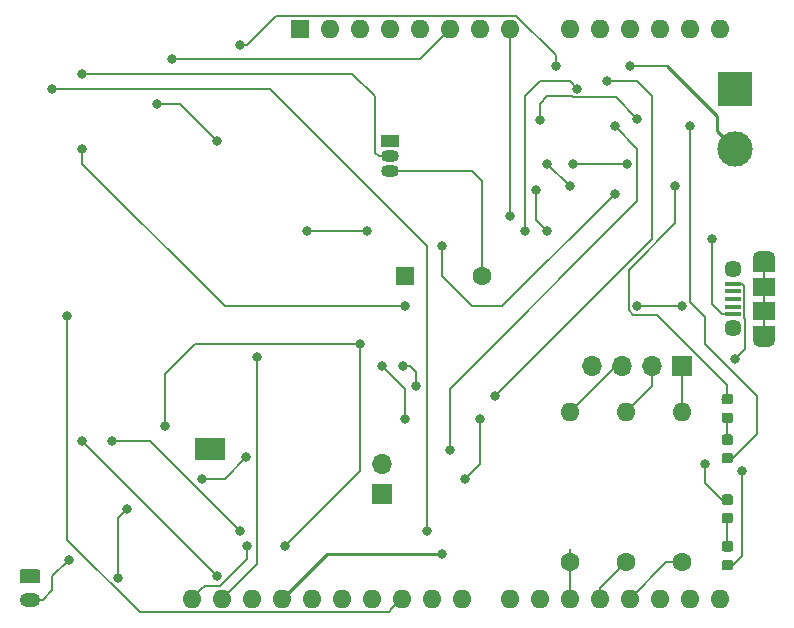
<source format=gbl>
G04 #@! TF.GenerationSoftware,KiCad,Pcbnew,(5.1.5)-3*
G04 #@! TF.CreationDate,2020-03-03T13:48:05-08:00*
G04 #@! TF.ProjectId,capstonemki,63617073-746f-46e6-956d-6b692e6b6963,rev?*
G04 #@! TF.SameCoordinates,Original*
G04 #@! TF.FileFunction,Copper,L2,Bot*
G04 #@! TF.FilePolarity,Positive*
%FSLAX46Y46*%
G04 Gerber Fmt 4.6, Leading zero omitted, Abs format (unit mm)*
G04 Created by KiCad (PCBNEW (5.1.5)-3) date 2020-03-03 13:48:05*
%MOMM*%
%LPD*%
G04 APERTURE LIST*
%ADD10C,1.600000*%
%ADD11R,1.600000X1.600000*%
%ADD12O,1.600000X1.600000*%
%ADD13O,1.700000X1.700000*%
%ADD14R,1.700000X1.700000*%
%ADD15R,1.500000X1.050000*%
%ADD16O,1.500000X1.050000*%
%ADD17C,3.000000*%
%ADD18R,3.000000X3.000000*%
%ADD19R,1.900000X1.200000*%
%ADD20O,1.900000X1.200000*%
%ADD21R,1.900000X1.500000*%
%ADD22C,1.450000*%
%ADD23R,1.350000X0.400000*%
%ADD24O,1.750000X1.200000*%
%ADD25C,0.100000*%
%ADD26R,2.600000X1.950000*%
%ADD27C,0.600000*%
%ADD28C,0.800000*%
%ADD29C,0.250000*%
%ADD30C,0.200000*%
G04 APERTURE END LIST*
D10*
X68730000Y-48895000D03*
D11*
X62230000Y-48895000D03*
D12*
X76175000Y-60415000D03*
D10*
X76175000Y-73115000D03*
D12*
X80925000Y-60415000D03*
D10*
X80925000Y-73115000D03*
D12*
X85675000Y-60415000D03*
D10*
X85675000Y-73115000D03*
D13*
X78105000Y-56515000D03*
X80645000Y-56515000D03*
X83185000Y-56515000D03*
D14*
X85725000Y-56515000D03*
D15*
X60960000Y-37465000D03*
D16*
X60960000Y-40005000D03*
X60960000Y-38735000D03*
D17*
X90170000Y-38100000D03*
D18*
X90170000Y-33020000D03*
D13*
X60325000Y-64770000D03*
D14*
X60325000Y-67310000D03*
D19*
X92677500Y-47900000D03*
X92677500Y-53700000D03*
D20*
X92677500Y-54300000D03*
X92677500Y-47300000D03*
D21*
X92677500Y-49800000D03*
D22*
X89977500Y-53300000D03*
D23*
X89977500Y-50800000D03*
X89977500Y-51450000D03*
X89977500Y-52100000D03*
X89977500Y-49500000D03*
X89977500Y-50150000D03*
D22*
X89977500Y-48300000D03*
D21*
X92677500Y-51800000D03*
D24*
X30480000Y-76295000D03*
G04 #@! TA.AperFunction,ComponentPad*
D25*
G36*
X31129505Y-73696204D02*
G01*
X31153773Y-73699804D01*
X31177572Y-73705765D01*
X31200671Y-73714030D01*
X31222850Y-73724520D01*
X31243893Y-73737132D01*
X31263599Y-73751747D01*
X31281777Y-73768223D01*
X31298253Y-73786401D01*
X31312868Y-73806107D01*
X31325480Y-73827150D01*
X31335970Y-73849329D01*
X31344235Y-73872428D01*
X31350196Y-73896227D01*
X31353796Y-73920495D01*
X31355000Y-73944999D01*
X31355000Y-74645001D01*
X31353796Y-74669505D01*
X31350196Y-74693773D01*
X31344235Y-74717572D01*
X31335970Y-74740671D01*
X31325480Y-74762850D01*
X31312868Y-74783893D01*
X31298253Y-74803599D01*
X31281777Y-74821777D01*
X31263599Y-74838253D01*
X31243893Y-74852868D01*
X31222850Y-74865480D01*
X31200671Y-74875970D01*
X31177572Y-74884235D01*
X31153773Y-74890196D01*
X31129505Y-74893796D01*
X31105001Y-74895000D01*
X29854999Y-74895000D01*
X29830495Y-74893796D01*
X29806227Y-74890196D01*
X29782428Y-74884235D01*
X29759329Y-74875970D01*
X29737150Y-74865480D01*
X29716107Y-74852868D01*
X29696401Y-74838253D01*
X29678223Y-74821777D01*
X29661747Y-74803599D01*
X29647132Y-74783893D01*
X29634520Y-74762850D01*
X29624030Y-74740671D01*
X29615765Y-74717572D01*
X29609804Y-74693773D01*
X29606204Y-74669505D01*
X29605000Y-74645001D01*
X29605000Y-73944999D01*
X29606204Y-73920495D01*
X29609804Y-73896227D01*
X29615765Y-73872428D01*
X29624030Y-73849329D01*
X29634520Y-73827150D01*
X29647132Y-73806107D01*
X29661747Y-73786401D01*
X29678223Y-73768223D01*
X29696401Y-73751747D01*
X29716107Y-73737132D01*
X29737150Y-73724520D01*
X29759329Y-73714030D01*
X29782428Y-73705765D01*
X29806227Y-73699804D01*
X29830495Y-73696204D01*
X29854999Y-73695000D01*
X31105001Y-73695000D01*
X31129505Y-73696204D01*
G37*
G04 #@! TD.AperFunction*
G04 #@! TA.AperFunction,SMDPad,CuDef*
G36*
X89812691Y-58861053D02*
G01*
X89833926Y-58864203D01*
X89854750Y-58869419D01*
X89874962Y-58876651D01*
X89894368Y-58885830D01*
X89912781Y-58896866D01*
X89930024Y-58909654D01*
X89945930Y-58924070D01*
X89960346Y-58939976D01*
X89973134Y-58957219D01*
X89984170Y-58975632D01*
X89993349Y-58995038D01*
X90000581Y-59015250D01*
X90005797Y-59036074D01*
X90008947Y-59057309D01*
X90010000Y-59078750D01*
X90010000Y-59516250D01*
X90008947Y-59537691D01*
X90005797Y-59558926D01*
X90000581Y-59579750D01*
X89993349Y-59599962D01*
X89984170Y-59619368D01*
X89973134Y-59637781D01*
X89960346Y-59655024D01*
X89945930Y-59670930D01*
X89930024Y-59685346D01*
X89912781Y-59698134D01*
X89894368Y-59709170D01*
X89874962Y-59718349D01*
X89854750Y-59725581D01*
X89833926Y-59730797D01*
X89812691Y-59733947D01*
X89791250Y-59735000D01*
X89278750Y-59735000D01*
X89257309Y-59733947D01*
X89236074Y-59730797D01*
X89215250Y-59725581D01*
X89195038Y-59718349D01*
X89175632Y-59709170D01*
X89157219Y-59698134D01*
X89139976Y-59685346D01*
X89124070Y-59670930D01*
X89109654Y-59655024D01*
X89096866Y-59637781D01*
X89085830Y-59619368D01*
X89076651Y-59599962D01*
X89069419Y-59579750D01*
X89064203Y-59558926D01*
X89061053Y-59537691D01*
X89060000Y-59516250D01*
X89060000Y-59078750D01*
X89061053Y-59057309D01*
X89064203Y-59036074D01*
X89069419Y-59015250D01*
X89076651Y-58995038D01*
X89085830Y-58975632D01*
X89096866Y-58957219D01*
X89109654Y-58939976D01*
X89124070Y-58924070D01*
X89139976Y-58909654D01*
X89157219Y-58896866D01*
X89175632Y-58885830D01*
X89195038Y-58876651D01*
X89215250Y-58869419D01*
X89236074Y-58864203D01*
X89257309Y-58861053D01*
X89278750Y-58860000D01*
X89791250Y-58860000D01*
X89812691Y-58861053D01*
G37*
G04 #@! TD.AperFunction*
G04 #@! TA.AperFunction,SMDPad,CuDef*
G36*
X89812691Y-60436053D02*
G01*
X89833926Y-60439203D01*
X89854750Y-60444419D01*
X89874962Y-60451651D01*
X89894368Y-60460830D01*
X89912781Y-60471866D01*
X89930024Y-60484654D01*
X89945930Y-60499070D01*
X89960346Y-60514976D01*
X89973134Y-60532219D01*
X89984170Y-60550632D01*
X89993349Y-60570038D01*
X90000581Y-60590250D01*
X90005797Y-60611074D01*
X90008947Y-60632309D01*
X90010000Y-60653750D01*
X90010000Y-61091250D01*
X90008947Y-61112691D01*
X90005797Y-61133926D01*
X90000581Y-61154750D01*
X89993349Y-61174962D01*
X89984170Y-61194368D01*
X89973134Y-61212781D01*
X89960346Y-61230024D01*
X89945930Y-61245930D01*
X89930024Y-61260346D01*
X89912781Y-61273134D01*
X89894368Y-61284170D01*
X89874962Y-61293349D01*
X89854750Y-61300581D01*
X89833926Y-61305797D01*
X89812691Y-61308947D01*
X89791250Y-61310000D01*
X89278750Y-61310000D01*
X89257309Y-61308947D01*
X89236074Y-61305797D01*
X89215250Y-61300581D01*
X89195038Y-61293349D01*
X89175632Y-61284170D01*
X89157219Y-61273134D01*
X89139976Y-61260346D01*
X89124070Y-61245930D01*
X89109654Y-61230024D01*
X89096866Y-61212781D01*
X89085830Y-61194368D01*
X89076651Y-61174962D01*
X89069419Y-61154750D01*
X89064203Y-61133926D01*
X89061053Y-61112691D01*
X89060000Y-61091250D01*
X89060000Y-60653750D01*
X89061053Y-60632309D01*
X89064203Y-60611074D01*
X89069419Y-60590250D01*
X89076651Y-60570038D01*
X89085830Y-60550632D01*
X89096866Y-60532219D01*
X89109654Y-60514976D01*
X89124070Y-60499070D01*
X89139976Y-60484654D01*
X89157219Y-60471866D01*
X89175632Y-60460830D01*
X89195038Y-60451651D01*
X89215250Y-60444419D01*
X89236074Y-60439203D01*
X89257309Y-60436053D01*
X89278750Y-60435000D01*
X89791250Y-60435000D01*
X89812691Y-60436053D01*
G37*
G04 #@! TD.AperFunction*
G04 #@! TA.AperFunction,SMDPad,CuDef*
G36*
X89812691Y-67356053D02*
G01*
X89833926Y-67359203D01*
X89854750Y-67364419D01*
X89874962Y-67371651D01*
X89894368Y-67380830D01*
X89912781Y-67391866D01*
X89930024Y-67404654D01*
X89945930Y-67419070D01*
X89960346Y-67434976D01*
X89973134Y-67452219D01*
X89984170Y-67470632D01*
X89993349Y-67490038D01*
X90000581Y-67510250D01*
X90005797Y-67531074D01*
X90008947Y-67552309D01*
X90010000Y-67573750D01*
X90010000Y-68011250D01*
X90008947Y-68032691D01*
X90005797Y-68053926D01*
X90000581Y-68074750D01*
X89993349Y-68094962D01*
X89984170Y-68114368D01*
X89973134Y-68132781D01*
X89960346Y-68150024D01*
X89945930Y-68165930D01*
X89930024Y-68180346D01*
X89912781Y-68193134D01*
X89894368Y-68204170D01*
X89874962Y-68213349D01*
X89854750Y-68220581D01*
X89833926Y-68225797D01*
X89812691Y-68228947D01*
X89791250Y-68230000D01*
X89278750Y-68230000D01*
X89257309Y-68228947D01*
X89236074Y-68225797D01*
X89215250Y-68220581D01*
X89195038Y-68213349D01*
X89175632Y-68204170D01*
X89157219Y-68193134D01*
X89139976Y-68180346D01*
X89124070Y-68165930D01*
X89109654Y-68150024D01*
X89096866Y-68132781D01*
X89085830Y-68114368D01*
X89076651Y-68094962D01*
X89069419Y-68074750D01*
X89064203Y-68053926D01*
X89061053Y-68032691D01*
X89060000Y-68011250D01*
X89060000Y-67573750D01*
X89061053Y-67552309D01*
X89064203Y-67531074D01*
X89069419Y-67510250D01*
X89076651Y-67490038D01*
X89085830Y-67470632D01*
X89096866Y-67452219D01*
X89109654Y-67434976D01*
X89124070Y-67419070D01*
X89139976Y-67404654D01*
X89157219Y-67391866D01*
X89175632Y-67380830D01*
X89195038Y-67371651D01*
X89215250Y-67364419D01*
X89236074Y-67359203D01*
X89257309Y-67356053D01*
X89278750Y-67355000D01*
X89791250Y-67355000D01*
X89812691Y-67356053D01*
G37*
G04 #@! TD.AperFunction*
G04 #@! TA.AperFunction,SMDPad,CuDef*
G36*
X89812691Y-68931053D02*
G01*
X89833926Y-68934203D01*
X89854750Y-68939419D01*
X89874962Y-68946651D01*
X89894368Y-68955830D01*
X89912781Y-68966866D01*
X89930024Y-68979654D01*
X89945930Y-68994070D01*
X89960346Y-69009976D01*
X89973134Y-69027219D01*
X89984170Y-69045632D01*
X89993349Y-69065038D01*
X90000581Y-69085250D01*
X90005797Y-69106074D01*
X90008947Y-69127309D01*
X90010000Y-69148750D01*
X90010000Y-69586250D01*
X90008947Y-69607691D01*
X90005797Y-69628926D01*
X90000581Y-69649750D01*
X89993349Y-69669962D01*
X89984170Y-69689368D01*
X89973134Y-69707781D01*
X89960346Y-69725024D01*
X89945930Y-69740930D01*
X89930024Y-69755346D01*
X89912781Y-69768134D01*
X89894368Y-69779170D01*
X89874962Y-69788349D01*
X89854750Y-69795581D01*
X89833926Y-69800797D01*
X89812691Y-69803947D01*
X89791250Y-69805000D01*
X89278750Y-69805000D01*
X89257309Y-69803947D01*
X89236074Y-69800797D01*
X89215250Y-69795581D01*
X89195038Y-69788349D01*
X89175632Y-69779170D01*
X89157219Y-69768134D01*
X89139976Y-69755346D01*
X89124070Y-69740930D01*
X89109654Y-69725024D01*
X89096866Y-69707781D01*
X89085830Y-69689368D01*
X89076651Y-69669962D01*
X89069419Y-69649750D01*
X89064203Y-69628926D01*
X89061053Y-69607691D01*
X89060000Y-69586250D01*
X89060000Y-69148750D01*
X89061053Y-69127309D01*
X89064203Y-69106074D01*
X89069419Y-69085250D01*
X89076651Y-69065038D01*
X89085830Y-69045632D01*
X89096866Y-69027219D01*
X89109654Y-69009976D01*
X89124070Y-68994070D01*
X89139976Y-68979654D01*
X89157219Y-68966866D01*
X89175632Y-68955830D01*
X89195038Y-68946651D01*
X89215250Y-68939419D01*
X89236074Y-68934203D01*
X89257309Y-68931053D01*
X89278750Y-68930000D01*
X89791250Y-68930000D01*
X89812691Y-68931053D01*
G37*
G04 #@! TD.AperFunction*
G04 #@! TA.AperFunction,SMDPad,CuDef*
G36*
X89812691Y-62276053D02*
G01*
X89833926Y-62279203D01*
X89854750Y-62284419D01*
X89874962Y-62291651D01*
X89894368Y-62300830D01*
X89912781Y-62311866D01*
X89930024Y-62324654D01*
X89945930Y-62339070D01*
X89960346Y-62354976D01*
X89973134Y-62372219D01*
X89984170Y-62390632D01*
X89993349Y-62410038D01*
X90000581Y-62430250D01*
X90005797Y-62451074D01*
X90008947Y-62472309D01*
X90010000Y-62493750D01*
X90010000Y-62931250D01*
X90008947Y-62952691D01*
X90005797Y-62973926D01*
X90000581Y-62994750D01*
X89993349Y-63014962D01*
X89984170Y-63034368D01*
X89973134Y-63052781D01*
X89960346Y-63070024D01*
X89945930Y-63085930D01*
X89930024Y-63100346D01*
X89912781Y-63113134D01*
X89894368Y-63124170D01*
X89874962Y-63133349D01*
X89854750Y-63140581D01*
X89833926Y-63145797D01*
X89812691Y-63148947D01*
X89791250Y-63150000D01*
X89278750Y-63150000D01*
X89257309Y-63148947D01*
X89236074Y-63145797D01*
X89215250Y-63140581D01*
X89195038Y-63133349D01*
X89175632Y-63124170D01*
X89157219Y-63113134D01*
X89139976Y-63100346D01*
X89124070Y-63085930D01*
X89109654Y-63070024D01*
X89096866Y-63052781D01*
X89085830Y-63034368D01*
X89076651Y-63014962D01*
X89069419Y-62994750D01*
X89064203Y-62973926D01*
X89061053Y-62952691D01*
X89060000Y-62931250D01*
X89060000Y-62493750D01*
X89061053Y-62472309D01*
X89064203Y-62451074D01*
X89069419Y-62430250D01*
X89076651Y-62410038D01*
X89085830Y-62390632D01*
X89096866Y-62372219D01*
X89109654Y-62354976D01*
X89124070Y-62339070D01*
X89139976Y-62324654D01*
X89157219Y-62311866D01*
X89175632Y-62300830D01*
X89195038Y-62291651D01*
X89215250Y-62284419D01*
X89236074Y-62279203D01*
X89257309Y-62276053D01*
X89278750Y-62275000D01*
X89791250Y-62275000D01*
X89812691Y-62276053D01*
G37*
G04 #@! TD.AperFunction*
G04 #@! TA.AperFunction,SMDPad,CuDef*
G36*
X89812691Y-63851053D02*
G01*
X89833926Y-63854203D01*
X89854750Y-63859419D01*
X89874962Y-63866651D01*
X89894368Y-63875830D01*
X89912781Y-63886866D01*
X89930024Y-63899654D01*
X89945930Y-63914070D01*
X89960346Y-63929976D01*
X89973134Y-63947219D01*
X89984170Y-63965632D01*
X89993349Y-63985038D01*
X90000581Y-64005250D01*
X90005797Y-64026074D01*
X90008947Y-64047309D01*
X90010000Y-64068750D01*
X90010000Y-64506250D01*
X90008947Y-64527691D01*
X90005797Y-64548926D01*
X90000581Y-64569750D01*
X89993349Y-64589962D01*
X89984170Y-64609368D01*
X89973134Y-64627781D01*
X89960346Y-64645024D01*
X89945930Y-64660930D01*
X89930024Y-64675346D01*
X89912781Y-64688134D01*
X89894368Y-64699170D01*
X89874962Y-64708349D01*
X89854750Y-64715581D01*
X89833926Y-64720797D01*
X89812691Y-64723947D01*
X89791250Y-64725000D01*
X89278750Y-64725000D01*
X89257309Y-64723947D01*
X89236074Y-64720797D01*
X89215250Y-64715581D01*
X89195038Y-64708349D01*
X89175632Y-64699170D01*
X89157219Y-64688134D01*
X89139976Y-64675346D01*
X89124070Y-64660930D01*
X89109654Y-64645024D01*
X89096866Y-64627781D01*
X89085830Y-64609368D01*
X89076651Y-64589962D01*
X89069419Y-64569750D01*
X89064203Y-64548926D01*
X89061053Y-64527691D01*
X89060000Y-64506250D01*
X89060000Y-64068750D01*
X89061053Y-64047309D01*
X89064203Y-64026074D01*
X89069419Y-64005250D01*
X89076651Y-63985038D01*
X89085830Y-63965632D01*
X89096866Y-63947219D01*
X89109654Y-63929976D01*
X89124070Y-63914070D01*
X89139976Y-63899654D01*
X89157219Y-63886866D01*
X89175632Y-63875830D01*
X89195038Y-63866651D01*
X89215250Y-63859419D01*
X89236074Y-63854203D01*
X89257309Y-63851053D01*
X89278750Y-63850000D01*
X89791250Y-63850000D01*
X89812691Y-63851053D01*
G37*
G04 #@! TD.AperFunction*
G04 #@! TA.AperFunction,SMDPad,CuDef*
G36*
X89812691Y-71318553D02*
G01*
X89833926Y-71321703D01*
X89854750Y-71326919D01*
X89874962Y-71334151D01*
X89894368Y-71343330D01*
X89912781Y-71354366D01*
X89930024Y-71367154D01*
X89945930Y-71381570D01*
X89960346Y-71397476D01*
X89973134Y-71414719D01*
X89984170Y-71433132D01*
X89993349Y-71452538D01*
X90000581Y-71472750D01*
X90005797Y-71493574D01*
X90008947Y-71514809D01*
X90010000Y-71536250D01*
X90010000Y-71973750D01*
X90008947Y-71995191D01*
X90005797Y-72016426D01*
X90000581Y-72037250D01*
X89993349Y-72057462D01*
X89984170Y-72076868D01*
X89973134Y-72095281D01*
X89960346Y-72112524D01*
X89945930Y-72128430D01*
X89930024Y-72142846D01*
X89912781Y-72155634D01*
X89894368Y-72166670D01*
X89874962Y-72175849D01*
X89854750Y-72183081D01*
X89833926Y-72188297D01*
X89812691Y-72191447D01*
X89791250Y-72192500D01*
X89278750Y-72192500D01*
X89257309Y-72191447D01*
X89236074Y-72188297D01*
X89215250Y-72183081D01*
X89195038Y-72175849D01*
X89175632Y-72166670D01*
X89157219Y-72155634D01*
X89139976Y-72142846D01*
X89124070Y-72128430D01*
X89109654Y-72112524D01*
X89096866Y-72095281D01*
X89085830Y-72076868D01*
X89076651Y-72057462D01*
X89069419Y-72037250D01*
X89064203Y-72016426D01*
X89061053Y-71995191D01*
X89060000Y-71973750D01*
X89060000Y-71536250D01*
X89061053Y-71514809D01*
X89064203Y-71493574D01*
X89069419Y-71472750D01*
X89076651Y-71452538D01*
X89085830Y-71433132D01*
X89096866Y-71414719D01*
X89109654Y-71397476D01*
X89124070Y-71381570D01*
X89139976Y-71367154D01*
X89157219Y-71354366D01*
X89175632Y-71343330D01*
X89195038Y-71334151D01*
X89215250Y-71326919D01*
X89236074Y-71321703D01*
X89257309Y-71318553D01*
X89278750Y-71317500D01*
X89791250Y-71317500D01*
X89812691Y-71318553D01*
G37*
G04 #@! TD.AperFunction*
G04 #@! TA.AperFunction,SMDPad,CuDef*
G36*
X89812691Y-72893553D02*
G01*
X89833926Y-72896703D01*
X89854750Y-72901919D01*
X89874962Y-72909151D01*
X89894368Y-72918330D01*
X89912781Y-72929366D01*
X89930024Y-72942154D01*
X89945930Y-72956570D01*
X89960346Y-72972476D01*
X89973134Y-72989719D01*
X89984170Y-73008132D01*
X89993349Y-73027538D01*
X90000581Y-73047750D01*
X90005797Y-73068574D01*
X90008947Y-73089809D01*
X90010000Y-73111250D01*
X90010000Y-73548750D01*
X90008947Y-73570191D01*
X90005797Y-73591426D01*
X90000581Y-73612250D01*
X89993349Y-73632462D01*
X89984170Y-73651868D01*
X89973134Y-73670281D01*
X89960346Y-73687524D01*
X89945930Y-73703430D01*
X89930024Y-73717846D01*
X89912781Y-73730634D01*
X89894368Y-73741670D01*
X89874962Y-73750849D01*
X89854750Y-73758081D01*
X89833926Y-73763297D01*
X89812691Y-73766447D01*
X89791250Y-73767500D01*
X89278750Y-73767500D01*
X89257309Y-73766447D01*
X89236074Y-73763297D01*
X89215250Y-73758081D01*
X89195038Y-73750849D01*
X89175632Y-73741670D01*
X89157219Y-73730634D01*
X89139976Y-73717846D01*
X89124070Y-73703430D01*
X89109654Y-73687524D01*
X89096866Y-73670281D01*
X89085830Y-73651868D01*
X89076651Y-73632462D01*
X89069419Y-73612250D01*
X89064203Y-73591426D01*
X89061053Y-73570191D01*
X89060000Y-73548750D01*
X89060000Y-73111250D01*
X89061053Y-73089809D01*
X89064203Y-73068574D01*
X89069419Y-73047750D01*
X89076651Y-73027538D01*
X89085830Y-73008132D01*
X89096866Y-72989719D01*
X89109654Y-72972476D01*
X89124070Y-72956570D01*
X89139976Y-72942154D01*
X89157219Y-72929366D01*
X89175632Y-72918330D01*
X89195038Y-72909151D01*
X89215250Y-72901919D01*
X89236074Y-72896703D01*
X89257309Y-72893553D01*
X89278750Y-72892500D01*
X89791250Y-72892500D01*
X89812691Y-72893553D01*
G37*
G04 #@! TD.AperFunction*
D12*
X86360000Y-76200000D03*
X88900000Y-76200000D03*
X49280000Y-76200000D03*
X88900000Y-27940000D03*
X51820000Y-76200000D03*
X86360000Y-27940000D03*
X54360000Y-76200000D03*
X83820000Y-27940000D03*
X56900000Y-76200000D03*
X81280000Y-27940000D03*
X59440000Y-76200000D03*
X78740000Y-27940000D03*
X61980000Y-76200000D03*
X76200000Y-27940000D03*
X64520000Y-76200000D03*
X71120000Y-27940000D03*
X67060000Y-76200000D03*
X68580000Y-27940000D03*
X71120000Y-76200000D03*
X66040000Y-27940000D03*
X73660000Y-76200000D03*
X63500000Y-27940000D03*
X76200000Y-76200000D03*
X60960000Y-27940000D03*
X78740000Y-76200000D03*
X58420000Y-27940000D03*
X81280000Y-76200000D03*
X55880000Y-27940000D03*
X83820000Y-76200000D03*
D11*
X53340000Y-27940000D03*
D12*
X46740000Y-76200000D03*
X44200000Y-76200000D03*
D26*
X45720000Y-63500000D03*
D27*
X45720000Y-64000000D03*
X45720000Y-63000000D03*
X44820000Y-63000000D03*
X46620000Y-63000000D03*
X46620000Y-64000000D03*
X44820000Y-64000000D03*
D28*
X65405000Y-72390000D03*
X62060000Y-56515000D03*
X63169800Y-58166000D03*
X68580000Y-60960000D03*
X67310000Y-66040000D03*
X81280000Y-31115000D03*
X42545000Y-30480000D03*
X41275000Y-34290000D03*
X46355000Y-37465000D03*
X88265000Y-45720000D03*
X33807500Y-72872500D03*
X72390000Y-45085000D03*
X76835000Y-33020000D03*
X79375000Y-32385000D03*
X69850000Y-59055000D03*
X71120000Y-43815000D03*
X73316334Y-41566334D03*
X74295000Y-45085000D03*
X81915000Y-51435000D03*
X85725000Y-51435000D03*
X87630000Y-64770000D03*
X34925000Y-62865000D03*
X46355000Y-74295000D03*
X37465000Y-62865000D03*
X48260000Y-70485000D03*
X33655000Y-52225000D03*
X32385000Y-33012500D03*
X64135000Y-70485000D03*
X62230000Y-60960000D03*
X60325000Y-56515000D03*
X49682500Y-55727500D03*
X58420000Y-54610000D03*
X41910000Y-61595000D03*
X52070000Y-71755000D03*
X48895000Y-71755000D03*
X37947500Y-74447500D03*
X38735000Y-68580000D03*
X48810000Y-64220000D03*
X45085000Y-66040000D03*
X48260000Y-29301140D03*
X74995001Y-31100799D03*
X34925000Y-38100000D03*
X62230000Y-51435000D03*
X73660000Y-35625001D03*
X81915000Y-35560000D03*
X86360000Y-36195000D03*
X53975000Y-45085000D03*
X59055000Y-45085000D03*
X65405000Y-46355000D03*
X80010000Y-41910000D03*
X90170000Y-55880000D03*
X76200000Y-41275000D03*
X74295000Y-39370000D03*
X90805000Y-65405000D03*
X85090000Y-41275000D03*
X81026000Y-39370000D03*
X76504800Y-39370000D03*
X66040000Y-63592500D03*
X80010000Y-36195000D03*
X34925000Y-31750000D03*
D29*
X55630000Y-72390000D02*
X51820000Y-76200000D01*
X65405000Y-72390000D02*
X55630000Y-72390000D01*
D30*
X62060000Y-56515000D02*
X62625685Y-56515000D01*
X62625685Y-56515000D02*
X62687200Y-56515000D01*
X62687200Y-56515000D02*
X63169800Y-56997600D01*
X63169800Y-56997600D02*
X63169800Y-58166000D01*
X63169800Y-58166000D02*
X63169800Y-58166000D01*
X68580000Y-60960000D02*
X68580000Y-64770000D01*
X68580000Y-64770000D02*
X67310000Y-66040000D01*
X67310000Y-66040000D02*
X67310000Y-66040000D01*
X84455000Y-31115000D02*
X81280000Y-31115000D01*
X81280000Y-31115000D02*
X81280000Y-31115000D01*
X63500000Y-30480000D02*
X66040000Y-27940000D01*
X42545000Y-30480000D02*
X63500000Y-30480000D01*
X41275000Y-34290000D02*
X43180000Y-34290000D01*
X43180000Y-34290000D02*
X46355000Y-37465000D01*
X46355000Y-37465000D02*
X46355000Y-37465000D01*
D29*
X88670001Y-35330001D02*
X84455000Y-31115000D01*
X88670001Y-36600001D02*
X88670001Y-35330001D01*
X90170000Y-38100000D02*
X88670001Y-36600001D01*
D30*
X89102500Y-52100000D02*
X89977500Y-52100000D01*
X88265000Y-51262500D02*
X89102500Y-52100000D01*
X88265000Y-45720000D02*
X88265000Y-51262500D01*
X31555000Y-76295000D02*
X32385000Y-75465000D01*
X30480000Y-76295000D02*
X31555000Y-76295000D01*
X32385000Y-74295000D02*
X33807500Y-72872500D01*
X32385000Y-75465000D02*
X32385000Y-74295000D01*
X72390000Y-45085000D02*
X72390000Y-36195000D01*
X72390000Y-36195000D02*
X72390000Y-34290000D01*
X72390000Y-34290000D02*
X72390000Y-33655000D01*
X72390000Y-33655000D02*
X73660000Y-32385000D01*
X73660000Y-32385000D02*
X74295000Y-32385000D01*
X74295000Y-32385000D02*
X74295000Y-32385000D01*
X74295000Y-32385000D02*
X76200000Y-32385000D01*
X76200000Y-32385000D02*
X76835000Y-33020000D01*
X76835000Y-33020000D02*
X76835000Y-33020000D01*
X79375000Y-32385000D02*
X81915000Y-32385000D01*
X81915000Y-32385000D02*
X83185000Y-33655000D01*
X83185000Y-33655000D02*
X83185000Y-45720000D01*
X83185000Y-45720000D02*
X69850000Y-59055000D01*
X69850000Y-59055000D02*
X69850000Y-59055000D01*
X71120000Y-27940000D02*
X71120000Y-43815000D01*
X71120000Y-43815000D02*
X71120000Y-43815000D01*
X73316334Y-41566334D02*
X73316334Y-44106334D01*
X73316334Y-44106334D02*
X74295000Y-45085000D01*
X74295000Y-45085000D02*
X74295000Y-45085000D01*
X81915000Y-51435000D02*
X85725000Y-51435000D01*
X85725000Y-51435000D02*
X85725000Y-51435000D01*
X89060000Y-67792500D02*
X89535000Y-67792500D01*
X87630000Y-66362500D02*
X89060000Y-67792500D01*
X87630000Y-64770000D02*
X87630000Y-66362500D01*
X34925000Y-62865000D02*
X43815000Y-71755000D01*
X43815000Y-71755000D02*
X46355000Y-74295000D01*
X46355000Y-74295000D02*
X46355000Y-74295000D01*
X37465000Y-62865000D02*
X40005000Y-62865000D01*
X40005000Y-62865000D02*
X40640000Y-62865000D01*
X40640000Y-62865000D02*
X48260000Y-70485000D01*
X48260000Y-70485000D02*
X48260000Y-70485000D01*
X61180001Y-76999999D02*
X61980000Y-76200000D01*
X60879999Y-77300001D02*
X61180001Y-76999999D01*
X39763999Y-77300001D02*
X60879999Y-77300001D01*
X33655000Y-71191002D02*
X39763999Y-77300001D01*
X33655000Y-52225000D02*
X33655000Y-71191002D01*
X32385000Y-33012500D02*
X50792500Y-33012500D01*
X50792500Y-33012500D02*
X64135000Y-46355000D01*
X64135000Y-46355000D02*
X64135000Y-70485000D01*
X64135000Y-70485000D02*
X64135000Y-70485000D01*
X76175000Y-73115000D02*
X76175000Y-71983630D01*
X76175000Y-76175000D02*
X76200000Y-76200000D01*
X76175000Y-73115000D02*
X76175000Y-76175000D01*
X78740000Y-75300000D02*
X78740000Y-76200000D01*
X80925000Y-73115000D02*
X78740000Y-75300000D01*
X84365000Y-73115000D02*
X81280000Y-76200000D01*
X85675000Y-73115000D02*
X84365000Y-73115000D01*
X62230000Y-60960000D02*
X62230000Y-58420000D01*
X62230000Y-58420000D02*
X60325000Y-56515000D01*
X60325000Y-56515000D02*
X60325000Y-56515000D01*
X49682500Y-73257500D02*
X46740000Y-76200000D01*
X49682500Y-55727500D02*
X49682500Y-73257500D01*
X58420000Y-54610000D02*
X44450000Y-54610000D01*
X44450000Y-54610000D02*
X41910000Y-57150000D01*
X41910000Y-57150000D02*
X41910000Y-61595000D01*
X41910000Y-61595000D02*
X41910000Y-61595000D01*
X58420000Y-54610000D02*
X58420000Y-65405000D01*
X58420000Y-65405000D02*
X52070000Y-71755000D01*
X52070000Y-71755000D02*
X52070000Y-71755000D01*
X44999999Y-75400001D02*
X44200000Y-76200000D01*
X45300001Y-75099999D02*
X44999999Y-75400001D01*
X46586003Y-75099999D02*
X45300001Y-75099999D01*
X48895000Y-72791002D02*
X46586003Y-75099999D01*
X48895000Y-71755000D02*
X48895000Y-72791002D01*
X37947500Y-74447500D02*
X37947500Y-69367500D01*
X37947500Y-69367500D02*
X38735000Y-68580000D01*
X38735000Y-68580000D02*
X38735000Y-68580000D01*
X48810000Y-64220000D02*
X46990000Y-66040000D01*
X46990000Y-66040000D02*
X45085000Y-66040000D01*
X45085000Y-66040000D02*
X45085000Y-66040000D01*
X51286826Y-26839999D02*
X71648001Y-26839999D01*
X71648001Y-26839999D02*
X74995001Y-30186999D01*
X48260000Y-29301140D02*
X48825685Y-29301140D01*
X48825685Y-29301140D02*
X51286826Y-26839999D01*
X74995001Y-30186999D02*
X74995001Y-31100799D01*
X74995001Y-31100799D02*
X74995001Y-31100799D01*
X34925000Y-38100000D02*
X34925000Y-39370000D01*
X34925000Y-39370000D02*
X46990000Y-51435000D01*
X46990000Y-51435000D02*
X62230000Y-51435000D01*
X62230000Y-51435000D02*
X62230000Y-51435000D01*
X89535000Y-71755000D02*
X89535000Y-69367500D01*
X89535000Y-62712500D02*
X89535000Y-60872500D01*
X73660000Y-35625001D02*
X73660000Y-34290000D01*
X73660000Y-34290000D02*
X74295000Y-33655000D01*
X74295000Y-33655000D02*
X76433998Y-33655000D01*
X76498999Y-33720001D02*
X80075001Y-33720001D01*
X76433998Y-33655000D02*
X76498999Y-33720001D01*
X80075001Y-33720001D02*
X81915000Y-35560000D01*
X81915000Y-35560000D02*
X81915000Y-35560000D01*
X92075000Y-61595000D02*
X92075000Y-61595000D01*
X90010000Y-64287500D02*
X89535000Y-64287500D01*
X86360000Y-36195000D02*
X86360000Y-51033998D01*
X87630000Y-54610000D02*
X92075000Y-59055000D01*
X92075000Y-62222500D02*
X90010000Y-64287500D01*
X87630000Y-52303998D02*
X87630000Y-54610000D01*
X86360000Y-51033998D02*
X87630000Y-52303998D01*
X92075000Y-59055000D02*
X92075000Y-62222500D01*
X53975000Y-45085000D02*
X59055000Y-45085000D01*
X59055000Y-45085000D02*
X59055000Y-45085000D01*
X65405000Y-46355000D02*
X65405000Y-47198002D01*
X65405000Y-47198002D02*
X65405000Y-48895000D01*
X67945000Y-51435000D02*
X70485000Y-51435000D01*
X65405000Y-48895000D02*
X67945000Y-51435000D01*
X70485000Y-51435000D02*
X80010000Y-41910000D01*
X80010000Y-41910000D02*
X80010000Y-41910000D01*
X91002501Y-55047499D02*
X91002501Y-52507499D01*
X90952501Y-49677501D02*
X90775000Y-49500000D01*
X90170000Y-55880000D02*
X91002501Y-55047499D01*
X91002501Y-52507499D02*
X90952501Y-52457499D01*
X90775000Y-49500000D02*
X89977500Y-49500000D01*
X90952501Y-52457499D02*
X90952501Y-49677501D01*
X76200000Y-41275000D02*
X74295000Y-39370000D01*
X74295000Y-39370000D02*
X74295000Y-39370000D01*
X90010000Y-73330000D02*
X90805000Y-72535000D01*
X89535000Y-73330000D02*
X90010000Y-73330000D01*
X90805000Y-72535000D02*
X90805000Y-65405000D01*
X90805000Y-65405000D02*
X90805000Y-65405000D01*
X92677500Y-53700000D02*
X92677500Y-47300000D01*
X89535000Y-59297500D02*
X89060000Y-59297500D01*
X85090000Y-44380698D02*
X85090000Y-41275000D01*
X85090000Y-41275000D02*
X85090000Y-41275000D01*
X81026000Y-39370000D02*
X78562200Y-39370000D01*
X78562200Y-39370000D02*
X76504800Y-39370000D01*
X76504800Y-39370000D02*
X76504800Y-39370000D01*
X81214999Y-48325001D02*
X81280000Y-48260000D01*
X81214999Y-51771001D02*
X81214999Y-48325001D01*
X83585003Y-52135001D02*
X81578999Y-52135001D01*
X89535000Y-58084998D02*
X83585003Y-52135001D01*
X81280000Y-48260000D02*
X85090000Y-44380698D01*
X81578999Y-52135001D02*
X81214999Y-51771001D01*
X89535000Y-59297500D02*
X89535000Y-58084998D01*
X81214999Y-48255699D02*
X81280000Y-48260000D01*
X66040000Y-63592500D02*
X66040000Y-58420000D01*
X66040000Y-58420000D02*
X81915000Y-42545000D01*
X81915000Y-42545000D02*
X81915000Y-38100000D01*
X81915000Y-38100000D02*
X80010000Y-36195000D01*
X80010000Y-36195000D02*
X80010000Y-36195000D01*
X80075000Y-56515000D02*
X80645000Y-56515000D01*
X76175000Y-60415000D02*
X80075000Y-56515000D01*
X83185000Y-58155000D02*
X83185000Y-56515000D01*
X80925000Y-60415000D02*
X83185000Y-58155000D01*
X85675000Y-56565000D02*
X85725000Y-56515000D01*
X85675000Y-60415000D02*
X85675000Y-56565000D01*
X67945000Y-40005000D02*
X60960000Y-40005000D01*
X68730000Y-48895000D02*
X68730000Y-40790000D01*
X68730000Y-40790000D02*
X67945000Y-40005000D01*
X59690000Y-38415000D02*
X60010000Y-38735000D01*
X59690000Y-33655000D02*
X59690000Y-38415000D01*
X60010000Y-38735000D02*
X60960000Y-38735000D01*
X57785000Y-31750000D02*
X59690000Y-33655000D01*
X34925000Y-31750000D02*
X57785000Y-31750000D01*
M02*

</source>
